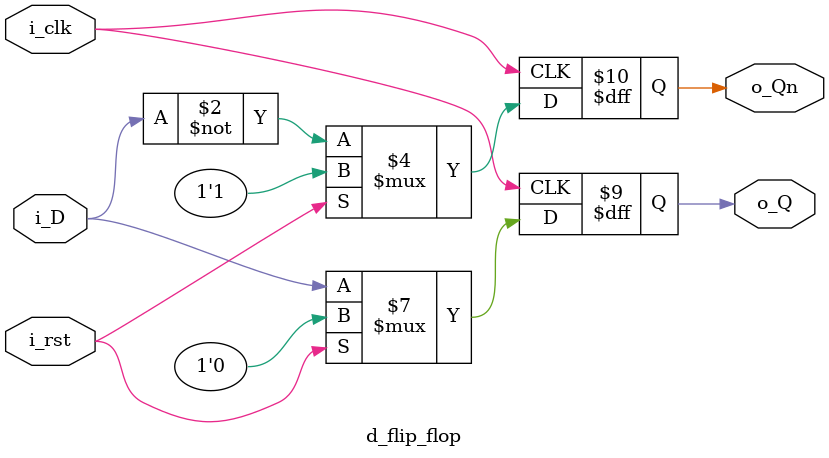
<source format=sv>

module d_flip_flop (
  input   logic   i_D,
  output  logic   o_Q,
  output  logic   o_Qn,

  input   logic   i_clk,
  input   logic   i_rst
);

  always_ff @(posedge i_clk) begin
    if(i_rst) begin
      o_Q   <= 0;
      o_Qn  <= 1;
    end else begin
      o_Q   <= i_D;
      o_Qn  <= ~i_D;
    end
  end
    
endmodule
</source>
